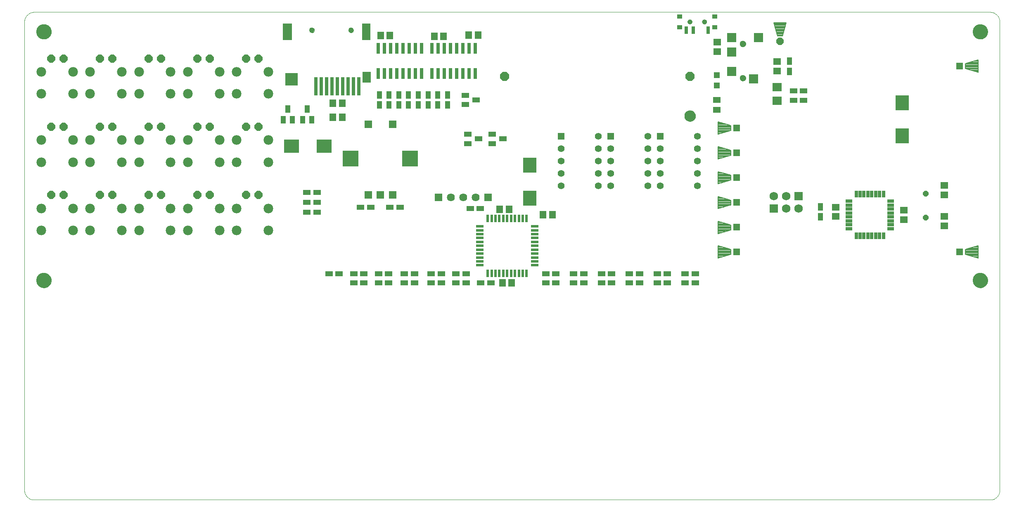
<source format=gts>
G75*
G70*
%OFA0B0*%
%FSLAX24Y24*%
%IPPOS*%
%LPD*%
%AMOC8*
5,1,8,0,0,1.08239X$1,22.5*
%
%ADD10C,0.0000*%
%ADD11C,0.1221*%
%ADD12C,0.0080*%
%ADD13R,0.0634X0.0634*%
%ADD14R,0.1306X0.1306*%
%ADD15C,0.0780*%
%ADD16OC8,0.0640*%
%ADD17R,0.0316X0.1457*%
%ADD18R,0.1024X0.1024*%
%ADD19R,0.0709X0.0886*%
%ADD20R,0.0709X0.1378*%
%ADD21R,0.0748X0.1378*%
%ADD22C,0.0434*%
%ADD23R,0.0555X0.0555*%
%ADD24C,0.0555*%
%ADD25R,0.0240X0.0620*%
%ADD26R,0.0620X0.0240*%
%ADD27R,0.0631X0.0434*%
%ADD28R,0.0640X0.0640*%
%ADD29C,0.0640*%
%ADD30R,0.0434X0.0631*%
%ADD31R,0.0552X0.0631*%
%ADD32R,0.0434X0.0591*%
%ADD33R,0.0591X0.0434*%
%ADD34R,0.0631X0.0552*%
%ADD35OC8,0.0749*%
%ADD36C,0.0906*%
%ADD37R,0.0276X0.0906*%
%ADD38R,0.0749X0.0749*%
%ADD39C,0.0512*%
%ADD40R,0.0540X0.0260*%
%ADD41R,0.0260X0.0540*%
%ADD42R,0.0749X0.0670*%
%ADD43OC8,0.0440*%
%ADD44R,0.0683X0.0683*%
%ADD45C,0.0683*%
%ADD46R,0.0316X0.0631*%
%ADD47R,0.0434X0.0355*%
%ADD48C,0.0394*%
%ADD49R,0.1103X0.1201*%
%ADD50R,0.1201X0.1103*%
%ADD51R,0.0512X0.0512*%
%ADD52R,0.0591X0.0473*%
%ADD53R,0.0571X0.0571*%
%ADD54OC8,0.0571*%
D10*
X000927Y000100D02*
X078093Y000100D01*
X078147Y000102D01*
X078200Y000107D01*
X078253Y000116D01*
X078305Y000129D01*
X078357Y000145D01*
X078407Y000165D01*
X078455Y000188D01*
X078502Y000215D01*
X078547Y000244D01*
X078590Y000277D01*
X078630Y000312D01*
X078668Y000350D01*
X078703Y000390D01*
X078736Y000433D01*
X078765Y000478D01*
X078792Y000525D01*
X078815Y000573D01*
X078835Y000623D01*
X078851Y000675D01*
X078864Y000727D01*
X078873Y000780D01*
X078878Y000833D01*
X078880Y000887D01*
X078880Y038683D01*
X078878Y038737D01*
X078873Y038790D01*
X078864Y038843D01*
X078851Y038895D01*
X078835Y038947D01*
X078815Y038997D01*
X078792Y039045D01*
X078765Y039092D01*
X078736Y039137D01*
X078703Y039180D01*
X078668Y039220D01*
X078630Y039258D01*
X078590Y039293D01*
X078547Y039326D01*
X078502Y039355D01*
X078455Y039382D01*
X078407Y039405D01*
X078357Y039425D01*
X078305Y039441D01*
X078253Y039454D01*
X078200Y039463D01*
X078147Y039468D01*
X078093Y039470D01*
X000927Y039470D01*
X000873Y039468D01*
X000820Y039463D01*
X000767Y039454D01*
X000715Y039441D01*
X000663Y039425D01*
X000613Y039405D01*
X000565Y039382D01*
X000518Y039355D01*
X000473Y039326D01*
X000430Y039293D01*
X000390Y039258D01*
X000352Y039220D01*
X000317Y039180D01*
X000284Y039137D01*
X000255Y039092D01*
X000228Y039045D01*
X000205Y038997D01*
X000185Y038947D01*
X000169Y038895D01*
X000156Y038843D01*
X000147Y038790D01*
X000142Y038737D01*
X000140Y038683D01*
X000140Y000887D01*
X000142Y000833D01*
X000147Y000780D01*
X000156Y000727D01*
X000169Y000675D01*
X000185Y000623D01*
X000205Y000573D01*
X000228Y000525D01*
X000255Y000478D01*
X000284Y000433D01*
X000317Y000390D01*
X000352Y000350D01*
X000390Y000312D01*
X000430Y000277D01*
X000473Y000244D01*
X000518Y000215D01*
X000565Y000188D01*
X000613Y000165D01*
X000663Y000145D01*
X000715Y000129D01*
X000767Y000116D01*
X000820Y000107D01*
X000873Y000102D01*
X000927Y000100D01*
X001124Y017817D02*
X001126Y017865D01*
X001132Y017913D01*
X001142Y017960D01*
X001155Y018006D01*
X001173Y018051D01*
X001193Y018095D01*
X001218Y018137D01*
X001246Y018176D01*
X001276Y018213D01*
X001310Y018247D01*
X001347Y018279D01*
X001385Y018308D01*
X001426Y018333D01*
X001469Y018355D01*
X001514Y018373D01*
X001560Y018387D01*
X001607Y018398D01*
X001655Y018405D01*
X001703Y018408D01*
X001751Y018407D01*
X001799Y018402D01*
X001847Y018393D01*
X001893Y018381D01*
X001938Y018364D01*
X001982Y018344D01*
X002024Y018321D01*
X002064Y018294D01*
X002102Y018264D01*
X002137Y018231D01*
X002169Y018195D01*
X002199Y018157D01*
X002225Y018116D01*
X002247Y018073D01*
X002267Y018029D01*
X002282Y017984D01*
X002294Y017937D01*
X002302Y017889D01*
X002306Y017841D01*
X002306Y017793D01*
X002302Y017745D01*
X002294Y017697D01*
X002282Y017650D01*
X002267Y017605D01*
X002247Y017561D01*
X002225Y017518D01*
X002199Y017477D01*
X002169Y017439D01*
X002137Y017403D01*
X002102Y017370D01*
X002064Y017340D01*
X002024Y017313D01*
X001982Y017290D01*
X001938Y017270D01*
X001893Y017253D01*
X001847Y017241D01*
X001799Y017232D01*
X001751Y017227D01*
X001703Y017226D01*
X001655Y017229D01*
X001607Y017236D01*
X001560Y017247D01*
X001514Y017261D01*
X001469Y017279D01*
X001426Y017301D01*
X001385Y017326D01*
X001347Y017355D01*
X001310Y017387D01*
X001276Y017421D01*
X001246Y017458D01*
X001218Y017497D01*
X001193Y017539D01*
X001173Y017583D01*
X001155Y017628D01*
X001142Y017674D01*
X001132Y017721D01*
X001126Y017769D01*
X001124Y017817D01*
X001124Y037895D02*
X001126Y037943D01*
X001132Y037991D01*
X001142Y038038D01*
X001155Y038084D01*
X001173Y038129D01*
X001193Y038173D01*
X001218Y038215D01*
X001246Y038254D01*
X001276Y038291D01*
X001310Y038325D01*
X001347Y038357D01*
X001385Y038386D01*
X001426Y038411D01*
X001469Y038433D01*
X001514Y038451D01*
X001560Y038465D01*
X001607Y038476D01*
X001655Y038483D01*
X001703Y038486D01*
X001751Y038485D01*
X001799Y038480D01*
X001847Y038471D01*
X001893Y038459D01*
X001938Y038442D01*
X001982Y038422D01*
X002024Y038399D01*
X002064Y038372D01*
X002102Y038342D01*
X002137Y038309D01*
X002169Y038273D01*
X002199Y038235D01*
X002225Y038194D01*
X002247Y038151D01*
X002267Y038107D01*
X002282Y038062D01*
X002294Y038015D01*
X002302Y037967D01*
X002306Y037919D01*
X002306Y037871D01*
X002302Y037823D01*
X002294Y037775D01*
X002282Y037728D01*
X002267Y037683D01*
X002247Y037639D01*
X002225Y037596D01*
X002199Y037555D01*
X002169Y037517D01*
X002137Y037481D01*
X002102Y037448D01*
X002064Y037418D01*
X002024Y037391D01*
X001982Y037368D01*
X001938Y037348D01*
X001893Y037331D01*
X001847Y037319D01*
X001799Y037310D01*
X001751Y037305D01*
X001703Y037304D01*
X001655Y037307D01*
X001607Y037314D01*
X001560Y037325D01*
X001514Y037339D01*
X001469Y037357D01*
X001426Y037379D01*
X001385Y037404D01*
X001347Y037433D01*
X001310Y037465D01*
X001276Y037499D01*
X001246Y037536D01*
X001218Y037575D01*
X001193Y037617D01*
X001173Y037661D01*
X001155Y037706D01*
X001142Y037752D01*
X001132Y037799D01*
X001126Y037847D01*
X001124Y037895D01*
X023152Y038013D02*
X023154Y038040D01*
X023160Y038067D01*
X023169Y038093D01*
X023182Y038117D01*
X023198Y038140D01*
X023217Y038159D01*
X023239Y038176D01*
X023263Y038190D01*
X023288Y038200D01*
X023315Y038207D01*
X023342Y038210D01*
X023370Y038209D01*
X023397Y038204D01*
X023423Y038196D01*
X023447Y038184D01*
X023470Y038168D01*
X023491Y038150D01*
X023508Y038129D01*
X023523Y038105D01*
X023534Y038080D01*
X023542Y038054D01*
X023546Y038027D01*
X023546Y037999D01*
X023542Y037972D01*
X023534Y037946D01*
X023523Y037921D01*
X023508Y037897D01*
X023491Y037876D01*
X023470Y037858D01*
X023448Y037842D01*
X023423Y037830D01*
X023397Y037822D01*
X023370Y037817D01*
X023342Y037816D01*
X023315Y037819D01*
X023288Y037826D01*
X023263Y037836D01*
X023239Y037850D01*
X023217Y037867D01*
X023198Y037886D01*
X023182Y037909D01*
X023169Y037933D01*
X023160Y037959D01*
X023154Y037986D01*
X023152Y038013D01*
X026301Y038013D02*
X026303Y038040D01*
X026309Y038067D01*
X026318Y038093D01*
X026331Y038117D01*
X026347Y038140D01*
X026366Y038159D01*
X026388Y038176D01*
X026412Y038190D01*
X026437Y038200D01*
X026464Y038207D01*
X026491Y038210D01*
X026519Y038209D01*
X026546Y038204D01*
X026572Y038196D01*
X026596Y038184D01*
X026619Y038168D01*
X026640Y038150D01*
X026657Y038129D01*
X026672Y038105D01*
X026683Y038080D01*
X026691Y038054D01*
X026695Y038027D01*
X026695Y037999D01*
X026691Y037972D01*
X026683Y037946D01*
X026672Y037921D01*
X026657Y037897D01*
X026640Y037876D01*
X026619Y037858D01*
X026597Y037842D01*
X026572Y037830D01*
X026546Y037822D01*
X026519Y037817D01*
X026491Y037816D01*
X026464Y037819D01*
X026437Y037826D01*
X026412Y037836D01*
X026388Y037850D01*
X026366Y037867D01*
X026347Y037886D01*
X026331Y037909D01*
X026318Y037933D01*
X026309Y037959D01*
X026303Y037986D01*
X026301Y038013D01*
X053678Y038691D02*
X053680Y038717D01*
X053686Y038743D01*
X053696Y038768D01*
X053709Y038791D01*
X053725Y038811D01*
X053745Y038829D01*
X053767Y038844D01*
X053790Y038856D01*
X053816Y038864D01*
X053842Y038868D01*
X053868Y038868D01*
X053894Y038864D01*
X053920Y038856D01*
X053944Y038844D01*
X053965Y038829D01*
X053985Y038811D01*
X054001Y038791D01*
X054014Y038768D01*
X054024Y038743D01*
X054030Y038717D01*
X054032Y038691D01*
X054030Y038665D01*
X054024Y038639D01*
X054014Y038614D01*
X054001Y038591D01*
X053985Y038571D01*
X053965Y038553D01*
X053943Y038538D01*
X053920Y038526D01*
X053894Y038518D01*
X053868Y038514D01*
X053842Y038514D01*
X053816Y038518D01*
X053790Y038526D01*
X053766Y038538D01*
X053745Y038553D01*
X053725Y038571D01*
X053709Y038591D01*
X053696Y038614D01*
X053686Y038639D01*
X053680Y038665D01*
X053678Y038691D01*
X054859Y038691D02*
X054861Y038717D01*
X054867Y038743D01*
X054877Y038768D01*
X054890Y038791D01*
X054906Y038811D01*
X054926Y038829D01*
X054948Y038844D01*
X054971Y038856D01*
X054997Y038864D01*
X055023Y038868D01*
X055049Y038868D01*
X055075Y038864D01*
X055101Y038856D01*
X055125Y038844D01*
X055146Y038829D01*
X055166Y038811D01*
X055182Y038791D01*
X055195Y038768D01*
X055205Y038743D01*
X055211Y038717D01*
X055213Y038691D01*
X055211Y038665D01*
X055205Y038639D01*
X055195Y038614D01*
X055182Y038591D01*
X055166Y038571D01*
X055146Y038553D01*
X055124Y038538D01*
X055101Y038526D01*
X055075Y038518D01*
X055049Y038514D01*
X055023Y038514D01*
X054997Y038518D01*
X054971Y038526D01*
X054947Y038538D01*
X054926Y038553D01*
X054906Y038571D01*
X054890Y038591D01*
X054877Y038614D01*
X054867Y038639D01*
X054861Y038665D01*
X054859Y038691D01*
X057896Y036911D02*
X057898Y036941D01*
X057904Y036971D01*
X057913Y037000D01*
X057926Y037027D01*
X057943Y037052D01*
X057962Y037075D01*
X057985Y037096D01*
X058010Y037113D01*
X058036Y037127D01*
X058065Y037137D01*
X058094Y037144D01*
X058124Y037147D01*
X058155Y037146D01*
X058185Y037141D01*
X058214Y037132D01*
X058241Y037120D01*
X058267Y037105D01*
X058291Y037086D01*
X058312Y037064D01*
X058330Y037040D01*
X058345Y037013D01*
X058356Y036985D01*
X058364Y036956D01*
X058368Y036926D01*
X058368Y036896D01*
X058364Y036866D01*
X058356Y036837D01*
X058345Y036809D01*
X058330Y036782D01*
X058312Y036758D01*
X058291Y036736D01*
X058267Y036717D01*
X058241Y036702D01*
X058214Y036690D01*
X058185Y036681D01*
X058155Y036676D01*
X058124Y036675D01*
X058094Y036678D01*
X058065Y036685D01*
X058036Y036695D01*
X058010Y036709D01*
X057985Y036726D01*
X057962Y036747D01*
X057943Y036770D01*
X057926Y036795D01*
X057913Y036822D01*
X057904Y036851D01*
X057898Y036881D01*
X057896Y036911D01*
X057896Y034155D02*
X057898Y034185D01*
X057904Y034215D01*
X057913Y034244D01*
X057926Y034271D01*
X057943Y034296D01*
X057962Y034319D01*
X057985Y034340D01*
X058010Y034357D01*
X058036Y034371D01*
X058065Y034381D01*
X058094Y034388D01*
X058124Y034391D01*
X058155Y034390D01*
X058185Y034385D01*
X058214Y034376D01*
X058241Y034364D01*
X058267Y034349D01*
X058291Y034330D01*
X058312Y034308D01*
X058330Y034284D01*
X058345Y034257D01*
X058356Y034229D01*
X058364Y034200D01*
X058368Y034170D01*
X058368Y034140D01*
X058364Y034110D01*
X058356Y034081D01*
X058345Y034053D01*
X058330Y034026D01*
X058312Y034002D01*
X058291Y033980D01*
X058267Y033961D01*
X058241Y033946D01*
X058214Y033934D01*
X058185Y033925D01*
X058155Y033920D01*
X058124Y033919D01*
X058094Y033922D01*
X058065Y033929D01*
X058036Y033939D01*
X058010Y033953D01*
X057985Y033970D01*
X057962Y033991D01*
X057943Y034014D01*
X057926Y034039D01*
X057913Y034066D01*
X057904Y034095D01*
X057898Y034125D01*
X057896Y034155D01*
X053443Y031093D02*
X053445Y031134D01*
X053451Y031175D01*
X053461Y031215D01*
X053474Y031254D01*
X053491Y031291D01*
X053512Y031327D01*
X053536Y031361D01*
X053563Y031392D01*
X053592Y031420D01*
X053625Y031446D01*
X053659Y031468D01*
X053696Y031487D01*
X053734Y031502D01*
X053774Y031514D01*
X053814Y031522D01*
X053855Y031526D01*
X053897Y031526D01*
X053938Y031522D01*
X053978Y031514D01*
X054018Y031502D01*
X054056Y031487D01*
X054092Y031468D01*
X054127Y031446D01*
X054160Y031420D01*
X054189Y031392D01*
X054216Y031361D01*
X054240Y031327D01*
X054261Y031291D01*
X054278Y031254D01*
X054291Y031215D01*
X054301Y031175D01*
X054307Y031134D01*
X054309Y031093D01*
X054307Y031052D01*
X054301Y031011D01*
X054291Y030971D01*
X054278Y030932D01*
X054261Y030895D01*
X054240Y030859D01*
X054216Y030825D01*
X054189Y030794D01*
X054160Y030766D01*
X054127Y030740D01*
X054093Y030718D01*
X054056Y030699D01*
X054018Y030684D01*
X053978Y030672D01*
X053938Y030664D01*
X053897Y030660D01*
X053855Y030660D01*
X053814Y030664D01*
X053774Y030672D01*
X053734Y030684D01*
X053696Y030699D01*
X053660Y030718D01*
X053625Y030740D01*
X053592Y030766D01*
X053563Y030794D01*
X053536Y030825D01*
X053512Y030859D01*
X053491Y030895D01*
X053474Y030932D01*
X053461Y030971D01*
X053451Y031011D01*
X053445Y031052D01*
X053443Y031093D01*
X076714Y037895D02*
X076716Y037943D01*
X076722Y037991D01*
X076732Y038038D01*
X076745Y038084D01*
X076763Y038129D01*
X076783Y038173D01*
X076808Y038215D01*
X076836Y038254D01*
X076866Y038291D01*
X076900Y038325D01*
X076937Y038357D01*
X076975Y038386D01*
X077016Y038411D01*
X077059Y038433D01*
X077104Y038451D01*
X077150Y038465D01*
X077197Y038476D01*
X077245Y038483D01*
X077293Y038486D01*
X077341Y038485D01*
X077389Y038480D01*
X077437Y038471D01*
X077483Y038459D01*
X077528Y038442D01*
X077572Y038422D01*
X077614Y038399D01*
X077654Y038372D01*
X077692Y038342D01*
X077727Y038309D01*
X077759Y038273D01*
X077789Y038235D01*
X077815Y038194D01*
X077837Y038151D01*
X077857Y038107D01*
X077872Y038062D01*
X077884Y038015D01*
X077892Y037967D01*
X077896Y037919D01*
X077896Y037871D01*
X077892Y037823D01*
X077884Y037775D01*
X077872Y037728D01*
X077857Y037683D01*
X077837Y037639D01*
X077815Y037596D01*
X077789Y037555D01*
X077759Y037517D01*
X077727Y037481D01*
X077692Y037448D01*
X077654Y037418D01*
X077614Y037391D01*
X077572Y037368D01*
X077528Y037348D01*
X077483Y037331D01*
X077437Y037319D01*
X077389Y037310D01*
X077341Y037305D01*
X077293Y037304D01*
X077245Y037307D01*
X077197Y037314D01*
X077150Y037325D01*
X077104Y037339D01*
X077059Y037357D01*
X077016Y037379D01*
X076975Y037404D01*
X076937Y037433D01*
X076900Y037465D01*
X076866Y037499D01*
X076836Y037536D01*
X076808Y037575D01*
X076783Y037617D01*
X076763Y037661D01*
X076745Y037706D01*
X076732Y037752D01*
X076722Y037799D01*
X076716Y037847D01*
X076714Y037895D01*
X076714Y017817D02*
X076716Y017865D01*
X076722Y017913D01*
X076732Y017960D01*
X076745Y018006D01*
X076763Y018051D01*
X076783Y018095D01*
X076808Y018137D01*
X076836Y018176D01*
X076866Y018213D01*
X076900Y018247D01*
X076937Y018279D01*
X076975Y018308D01*
X077016Y018333D01*
X077059Y018355D01*
X077104Y018373D01*
X077150Y018387D01*
X077197Y018398D01*
X077245Y018405D01*
X077293Y018408D01*
X077341Y018407D01*
X077389Y018402D01*
X077437Y018393D01*
X077483Y018381D01*
X077528Y018364D01*
X077572Y018344D01*
X077614Y018321D01*
X077654Y018294D01*
X077692Y018264D01*
X077727Y018231D01*
X077759Y018195D01*
X077789Y018157D01*
X077815Y018116D01*
X077837Y018073D01*
X077857Y018029D01*
X077872Y017984D01*
X077884Y017937D01*
X077892Y017889D01*
X077896Y017841D01*
X077896Y017793D01*
X077892Y017745D01*
X077884Y017697D01*
X077872Y017650D01*
X077857Y017605D01*
X077837Y017561D01*
X077815Y017518D01*
X077789Y017477D01*
X077759Y017439D01*
X077727Y017403D01*
X077692Y017370D01*
X077654Y017340D01*
X077614Y017313D01*
X077572Y017290D01*
X077528Y017270D01*
X077483Y017253D01*
X077437Y017241D01*
X077389Y017232D01*
X077341Y017227D01*
X077293Y017226D01*
X077245Y017229D01*
X077197Y017236D01*
X077150Y017247D01*
X077104Y017261D01*
X077059Y017279D01*
X077016Y017301D01*
X076975Y017326D01*
X076937Y017355D01*
X076900Y017387D01*
X076866Y017421D01*
X076836Y017458D01*
X076808Y017497D01*
X076783Y017539D01*
X076763Y017583D01*
X076745Y017628D01*
X076732Y017674D01*
X076722Y017721D01*
X076716Y017769D01*
X076714Y017817D01*
D11*
X077305Y017817D03*
X077305Y037895D03*
X001715Y037895D03*
X001715Y017817D03*
D12*
X056144Y019628D02*
X057183Y019923D01*
X057183Y020317D01*
X056144Y020612D01*
X056144Y019628D01*
X056144Y019647D02*
X056211Y019647D01*
X056144Y019725D02*
X056487Y019725D01*
X056764Y019804D02*
X056144Y019804D01*
X056144Y019882D02*
X057040Y019882D01*
X057183Y019961D02*
X056144Y019961D01*
X056144Y020039D02*
X057183Y020039D01*
X057183Y020118D02*
X056144Y020118D01*
X056144Y020196D02*
X057183Y020196D01*
X057183Y020275D02*
X056144Y020275D01*
X056144Y020353D02*
X057055Y020353D01*
X056779Y020432D02*
X056144Y020432D01*
X056144Y020510D02*
X056502Y020510D01*
X056226Y020589D02*
X056144Y020589D01*
X056144Y021596D02*
X057183Y021891D01*
X057183Y022285D01*
X056144Y022580D01*
X056144Y021596D01*
X056144Y021609D02*
X056190Y021609D01*
X056144Y021688D02*
X056466Y021688D01*
X056742Y021766D02*
X056144Y021766D01*
X056144Y021845D02*
X057019Y021845D01*
X057183Y021923D02*
X056144Y021923D01*
X056144Y022002D02*
X057183Y022002D01*
X057183Y022080D02*
X056144Y022080D01*
X056144Y022159D02*
X057183Y022159D01*
X057183Y022237D02*
X056144Y022237D01*
X056144Y022316D02*
X057076Y022316D01*
X056800Y022394D02*
X056144Y022394D01*
X056144Y022473D02*
X056523Y022473D01*
X056247Y022551D02*
X056144Y022551D01*
X056144Y023604D02*
X057183Y023899D01*
X057183Y024293D01*
X056144Y024588D01*
X056144Y023604D01*
X056144Y023650D02*
X056306Y023650D01*
X056144Y023729D02*
X056583Y023729D01*
X056859Y023807D02*
X056144Y023807D01*
X056144Y023886D02*
X057135Y023886D01*
X057183Y023964D02*
X056144Y023964D01*
X056144Y024043D02*
X057183Y024043D01*
X057183Y024121D02*
X056144Y024121D01*
X056144Y024200D02*
X057183Y024200D01*
X057183Y024278D02*
X056144Y024278D01*
X056144Y024357D02*
X056959Y024357D01*
X056683Y024435D02*
X056144Y024435D01*
X056144Y024514D02*
X056407Y024514D01*
X056144Y025612D02*
X057183Y025907D01*
X057183Y026301D01*
X056144Y026596D01*
X056144Y025612D01*
X056144Y025613D02*
X056147Y025613D01*
X056144Y025691D02*
X056423Y025691D01*
X056699Y025770D02*
X056144Y025770D01*
X056144Y025848D02*
X056976Y025848D01*
X057183Y025927D02*
X056144Y025927D01*
X056144Y026005D02*
X057183Y026005D01*
X057183Y026084D02*
X056144Y026084D01*
X056144Y026162D02*
X057183Y026162D01*
X057183Y026241D02*
X056144Y026241D01*
X056144Y026319D02*
X057119Y026319D01*
X056843Y026398D02*
X056144Y026398D01*
X056144Y026476D02*
X056566Y026476D01*
X056290Y026555D02*
X056144Y026555D01*
X056144Y027620D02*
X057183Y027915D01*
X057183Y028309D01*
X056144Y028604D01*
X056144Y027620D01*
X056144Y027654D02*
X056263Y027654D01*
X056144Y027732D02*
X056540Y027732D01*
X056816Y027811D02*
X056144Y027811D01*
X056144Y027889D02*
X057092Y027889D01*
X057183Y027968D02*
X056144Y027968D01*
X056144Y028046D02*
X057183Y028046D01*
X057183Y028125D02*
X056144Y028125D01*
X056144Y028203D02*
X057183Y028203D01*
X057183Y028282D02*
X056144Y028282D01*
X056144Y028360D02*
X057002Y028360D01*
X056726Y028439D02*
X056144Y028439D01*
X056144Y028517D02*
X056450Y028517D01*
X056173Y028596D02*
X056144Y028596D01*
X056144Y029628D02*
X057183Y029923D01*
X057183Y030317D01*
X056144Y030612D01*
X056144Y029628D01*
X056144Y029695D02*
X056380Y029695D01*
X056144Y029773D02*
X056656Y029773D01*
X056933Y029852D02*
X056144Y029852D01*
X056144Y029930D02*
X057183Y029930D01*
X057183Y030009D02*
X056144Y030009D01*
X056144Y030087D02*
X057183Y030087D01*
X057183Y030166D02*
X056144Y030166D01*
X056144Y030244D02*
X057183Y030244D01*
X057162Y030323D02*
X056144Y030323D01*
X056144Y030401D02*
X056886Y030401D01*
X056609Y030480D02*
X056144Y030480D01*
X056144Y030558D02*
X056333Y030558D01*
X060947Y037543D02*
X061341Y037543D01*
X061636Y038624D01*
X060652Y038624D01*
X060947Y037543D01*
X060947Y037545D02*
X061341Y037545D01*
X061363Y037623D02*
X060925Y037623D01*
X060904Y037702D02*
X061384Y037702D01*
X061405Y037780D02*
X060882Y037780D01*
X060861Y037859D02*
X061427Y037859D01*
X061448Y037937D02*
X060839Y037937D01*
X060818Y038016D02*
X061470Y038016D01*
X061491Y038094D02*
X060797Y038094D01*
X060775Y038173D02*
X061513Y038173D01*
X061534Y038251D02*
X060754Y038251D01*
X060732Y038330D02*
X061556Y038330D01*
X061577Y038408D02*
X060711Y038408D01*
X060689Y038487D02*
X061599Y038487D01*
X061620Y038565D02*
X060668Y038565D01*
X076089Y035317D02*
X076089Y034923D01*
X077128Y034628D01*
X077128Y035612D01*
X076089Y035317D01*
X076089Y035268D02*
X077128Y035268D01*
X077128Y035190D02*
X076089Y035190D01*
X076089Y035111D02*
X077128Y035111D01*
X077128Y035033D02*
X076089Y035033D01*
X076089Y034954D02*
X077128Y034954D01*
X077128Y034876D02*
X076255Y034876D01*
X076531Y034797D02*
X077128Y034797D01*
X077128Y034719D02*
X076808Y034719D01*
X077084Y034640D02*
X077128Y034640D01*
X077128Y035347D02*
X076195Y035347D01*
X076471Y035425D02*
X077128Y035425D01*
X077128Y035504D02*
X076747Y035504D01*
X077024Y035582D02*
X077128Y035582D01*
X077128Y020612D02*
X076089Y020317D01*
X076089Y019923D01*
X077128Y019628D01*
X077128Y020612D01*
X077128Y020589D02*
X077046Y020589D01*
X077128Y020510D02*
X076770Y020510D01*
X076494Y020432D02*
X077128Y020432D01*
X077128Y020353D02*
X076217Y020353D01*
X076089Y020275D02*
X077128Y020275D01*
X077128Y020196D02*
X076089Y020196D01*
X076089Y020118D02*
X077128Y020118D01*
X077128Y020039D02*
X076089Y020039D01*
X076089Y019961D02*
X077128Y019961D01*
X077128Y019882D02*
X076232Y019882D01*
X076509Y019804D02*
X077128Y019804D01*
X077128Y019725D02*
X076785Y019725D01*
X077061Y019647D02*
X077128Y019647D01*
D13*
X029864Y024706D03*
X028880Y024706D03*
X027896Y024706D03*
X027896Y030415D03*
X029864Y030415D03*
D14*
X031282Y027659D03*
X026479Y027659D03*
D15*
X019826Y027360D03*
X019826Y029140D03*
X017266Y029140D03*
X015889Y029140D03*
X015889Y027360D03*
X017266Y027360D03*
X013329Y027360D03*
X011951Y027360D03*
X011951Y029140D03*
X013329Y029140D03*
X009391Y029140D03*
X008014Y029140D03*
X008014Y027360D03*
X009391Y027360D03*
X005454Y027360D03*
X004077Y027360D03*
X004077Y029140D03*
X005454Y029140D03*
X001517Y029140D03*
X001517Y027360D03*
X001517Y023628D03*
X004077Y023628D03*
X005454Y023628D03*
X008014Y023628D03*
X009391Y023628D03*
X011951Y023628D03*
X013329Y023628D03*
X015889Y023628D03*
X017266Y023628D03*
X019826Y023628D03*
X019826Y021848D03*
X017266Y021848D03*
X015889Y021848D03*
X013329Y021848D03*
X011951Y021848D03*
X009391Y021848D03*
X008014Y021848D03*
X005454Y021848D03*
X004077Y021848D03*
X001517Y021848D03*
X001517Y032871D03*
X001517Y034651D03*
X004077Y034651D03*
X005454Y034651D03*
X005454Y032871D03*
X004077Y032871D03*
X008014Y032871D03*
X009391Y032871D03*
X009391Y034651D03*
X008014Y034651D03*
X011951Y034651D03*
X013329Y034651D03*
X013329Y032871D03*
X011951Y032871D03*
X015889Y032871D03*
X017266Y032871D03*
X017266Y034651D03*
X015889Y034651D03*
X019826Y034651D03*
X019826Y032871D03*
D16*
X019046Y030218D03*
X018046Y030218D03*
X015109Y030218D03*
X014109Y030218D03*
X011171Y030218D03*
X010171Y030218D03*
X007234Y030218D03*
X006234Y030218D03*
X003297Y030218D03*
X002297Y030218D03*
X002297Y024706D03*
X003297Y024706D03*
X006234Y024706D03*
X007234Y024706D03*
X010171Y024706D03*
X011171Y024706D03*
X014109Y024706D03*
X015109Y024706D03*
X018046Y024706D03*
X019046Y024706D03*
X019046Y035730D03*
X018046Y035730D03*
X015109Y035730D03*
X014109Y035730D03*
X011171Y035730D03*
X010171Y035730D03*
X007234Y035730D03*
X006234Y035730D03*
X003297Y035730D03*
X002297Y035730D03*
D17*
X023683Y033486D03*
X024116Y033486D03*
X024549Y033486D03*
X024983Y033486D03*
X025416Y033486D03*
X025849Y033486D03*
X026282Y033486D03*
X026715Y033486D03*
X027148Y033486D03*
D18*
X021695Y034057D03*
D19*
X027778Y034204D03*
D20*
X027738Y037895D03*
D21*
X021380Y037895D03*
D22*
X023349Y038013D03*
X026498Y038013D03*
D23*
X043459Y029439D03*
X047459Y029439D03*
X051459Y029439D03*
D24*
X050459Y029439D03*
X050459Y028439D03*
X051459Y028439D03*
X051459Y027439D03*
X050459Y027439D03*
X050459Y026439D03*
X051459Y026439D03*
X051459Y025439D03*
X050459Y025439D03*
X047459Y025439D03*
X046459Y025439D03*
X046459Y026439D03*
X046459Y027439D03*
X047459Y027439D03*
X047459Y026439D03*
X047459Y028439D03*
X046459Y028439D03*
X046459Y029439D03*
X043459Y028439D03*
X043459Y027439D03*
X043459Y026439D03*
X043459Y025439D03*
X054459Y025439D03*
X054459Y026439D03*
X054459Y027439D03*
X054459Y028439D03*
X054459Y029439D03*
D25*
X040686Y022814D03*
X040376Y022814D03*
X040056Y022814D03*
X039746Y022814D03*
X039426Y022814D03*
X039116Y022814D03*
X038806Y022814D03*
X038486Y022814D03*
X038176Y022814D03*
X037856Y022814D03*
X037546Y022814D03*
X037546Y018394D03*
X037856Y018394D03*
X038176Y018394D03*
X038486Y018394D03*
X038806Y018394D03*
X039116Y018394D03*
X039426Y018394D03*
X039746Y018394D03*
X040056Y018394D03*
X040376Y018394D03*
X040686Y018394D03*
D26*
X041326Y019034D03*
X041326Y019344D03*
X041326Y019664D03*
X041326Y019974D03*
X041326Y020294D03*
X041326Y020604D03*
X041326Y020914D03*
X041326Y021234D03*
X041326Y021544D03*
X041326Y021864D03*
X041326Y022174D03*
X036906Y022174D03*
X036906Y021864D03*
X036906Y021544D03*
X036906Y021234D03*
X036906Y020914D03*
X036906Y020604D03*
X036906Y020294D03*
X036906Y019974D03*
X036906Y019664D03*
X036906Y019344D03*
X036906Y019034D03*
D27*
X035804Y018350D03*
X035804Y017600D03*
X034976Y017600D03*
X034976Y018350D03*
X033804Y018350D03*
X033804Y017600D03*
X032976Y017600D03*
X032976Y018350D03*
X031634Y018350D03*
X031634Y017600D03*
X030806Y017600D03*
X030806Y018350D03*
X029554Y018350D03*
X029554Y017600D03*
X028726Y017600D03*
X028726Y018350D03*
X027554Y018350D03*
X027554Y017600D03*
X026726Y017600D03*
X026726Y018350D03*
X025554Y018350D03*
X024726Y018350D03*
X023783Y023328D03*
X022954Y023328D03*
X022954Y024116D03*
X023783Y024116D03*
X023783Y024903D03*
X022954Y024903D03*
X027285Y023722D03*
X028113Y023722D03*
X029647Y023722D03*
X030476Y023722D03*
X036126Y023620D03*
X036954Y023620D03*
X042226Y018350D03*
X042226Y017600D03*
X043054Y017600D03*
X043054Y018350D03*
X044476Y018350D03*
X044476Y017600D03*
X045304Y017600D03*
X045304Y018350D03*
X046726Y018350D03*
X046726Y017600D03*
X047554Y017600D03*
X047554Y018350D03*
X048976Y018350D03*
X048976Y017600D03*
X049804Y017600D03*
X049804Y018350D03*
X051226Y018350D03*
X051226Y017600D03*
X052054Y017600D03*
X052054Y018350D03*
X053476Y018350D03*
X053476Y017600D03*
X054304Y017600D03*
X054304Y018350D03*
X037804Y017600D03*
X036976Y017600D03*
X062226Y032350D03*
X062226Y033100D03*
X063054Y033100D03*
X063054Y032350D03*
D28*
X037555Y024524D03*
X033555Y024524D03*
D29*
X034555Y024524D03*
X035555Y024524D03*
X036555Y024524D03*
D30*
X034299Y031969D03*
X033512Y031969D03*
X032725Y031969D03*
X031937Y031969D03*
X031150Y031969D03*
X030362Y031969D03*
X029575Y031969D03*
X028788Y031969D03*
X028788Y032798D03*
X029575Y032798D03*
X030362Y032798D03*
X031150Y032798D03*
X031937Y032798D03*
X032725Y032798D03*
X033512Y032798D03*
X034299Y032798D03*
X061890Y034686D03*
X061890Y035514D03*
X064390Y023764D03*
X064390Y022936D03*
D31*
X042764Y023100D03*
X042016Y023100D03*
X039264Y023563D03*
X038516Y023563D03*
X038726Y017620D03*
X039474Y017620D03*
X025794Y030980D03*
X025046Y030980D03*
X025046Y032100D03*
X025794Y032100D03*
X033231Y037502D03*
X033979Y037502D03*
X036016Y037600D03*
X036764Y037600D03*
X029648Y037582D03*
X028900Y037582D03*
D32*
X022975Y031635D03*
X023349Y030769D03*
X022601Y030769D03*
X021774Y030769D03*
X021026Y030769D03*
X021400Y031635D03*
D33*
X035731Y032009D03*
X036597Y032383D03*
X035731Y032757D03*
X035927Y029608D03*
X036794Y029234D03*
X035927Y028860D03*
X037896Y028860D03*
X037896Y029608D03*
X038762Y029234D03*
D34*
X056060Y036286D03*
X056060Y037034D03*
X060890Y035474D03*
X060890Y034726D03*
X074390Y025474D03*
X074390Y024726D03*
X074390Y022974D03*
X074390Y022226D03*
X071140Y022726D03*
X071140Y023474D03*
X065640Y023724D03*
X065640Y022976D03*
D35*
X053876Y034293D03*
X038915Y034293D03*
D36*
X053876Y031093D03*
D37*
X036536Y034509D03*
X036036Y034509D03*
X035536Y034509D03*
X035036Y034509D03*
X034536Y034509D03*
X034036Y034509D03*
X033536Y034509D03*
X033036Y034509D03*
X032205Y034509D03*
X031705Y034509D03*
X031205Y034509D03*
X030705Y034509D03*
X030205Y034509D03*
X029705Y034509D03*
X029205Y034509D03*
X028705Y034509D03*
X028705Y036557D03*
X029205Y036557D03*
X029705Y036557D03*
X030205Y036557D03*
X030705Y036557D03*
X031205Y036557D03*
X031705Y036557D03*
X032205Y036557D03*
X033036Y036557D03*
X033536Y036557D03*
X034036Y036557D03*
X034536Y036557D03*
X035036Y036557D03*
X035536Y036557D03*
X036036Y036557D03*
X036536Y036557D03*
D38*
X057227Y036242D03*
X057227Y037423D03*
X059392Y037423D03*
X057227Y034667D03*
X058998Y034076D03*
D39*
X058132Y034155D03*
X058132Y036911D03*
D40*
X066700Y024202D03*
X066700Y023887D03*
X066700Y023572D03*
X066700Y023257D03*
X066700Y022943D03*
X066700Y022628D03*
X066700Y022313D03*
X066700Y021998D03*
X070080Y021998D03*
X070080Y022313D03*
X070080Y022628D03*
X070080Y022943D03*
X070080Y023257D03*
X070080Y023572D03*
X070080Y023887D03*
X070080Y024202D03*
D41*
X069492Y024790D03*
X069177Y024790D03*
X068862Y024790D03*
X068547Y024790D03*
X068233Y024790D03*
X067918Y024790D03*
X067603Y024790D03*
X067288Y024790D03*
X067288Y021410D03*
X067603Y021410D03*
X067918Y021410D03*
X068233Y021410D03*
X068547Y021410D03*
X068862Y021410D03*
X069177Y021410D03*
X069492Y021410D03*
D42*
X060890Y032299D03*
X060890Y033401D03*
D43*
X072890Y024811D03*
X072890Y022889D03*
D44*
X062640Y024600D03*
X060640Y023600D03*
D45*
X060640Y024600D03*
X061640Y024600D03*
X061640Y023600D03*
X062640Y023600D03*
D46*
X055331Y038002D03*
X054150Y038002D03*
X053560Y038002D03*
D47*
X053028Y038257D03*
X053028Y039124D03*
X055863Y039124D03*
X055863Y038257D03*
D48*
X055036Y038691D03*
X053855Y038691D03*
D49*
X071006Y032137D03*
X071006Y029480D03*
X040940Y027109D03*
X040940Y024451D03*
D50*
X024349Y028650D03*
X021691Y028650D03*
D51*
X056046Y033545D03*
X056046Y034372D03*
D52*
X056046Y032383D03*
X056046Y031596D03*
D53*
X057640Y030100D03*
X057640Y028100D03*
X057640Y026100D03*
X057640Y024100D03*
X057640Y022100D03*
X057640Y020100D03*
X075640Y020100D03*
X075640Y035100D03*
D54*
X061140Y037100D03*
M02*

</source>
